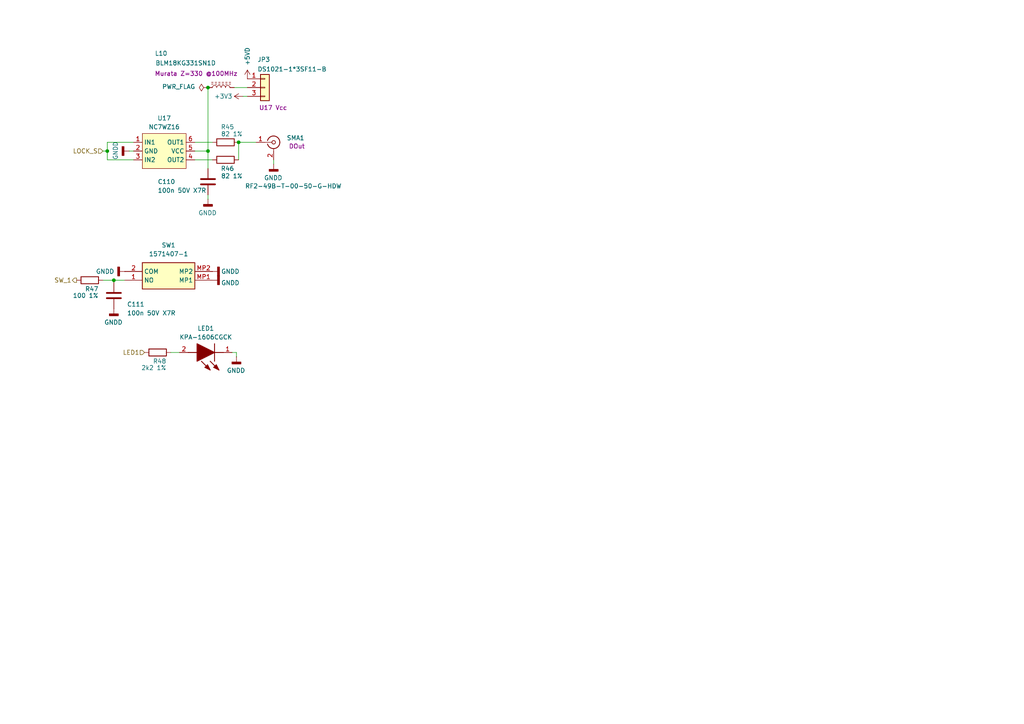
<source format=kicad_sch>
(kicad_sch (version 20250114) (generator "eeschema") (generator_version "9.0")
  (paper "A4")
  (lib_symbols
    (symbol "Connector:Conn_Coaxial" (pin_names (offset 1.016) (hide yes))
      (property "Reference" "J" (at 0.254 3.048 0))
      (property "Value" "Conn_Coaxial" (at 2.921 0 90))
      (symbol "Conn_Coaxial_0_1"
        (polyline (pts (xy -2.54 0) (xy -0.508 0)))
        (arc (start 1.778 0) (mid 0.222 -1.8079) (end -1.778 -0.508) (stroke (width 0.254)))
        (arc (start -1.778 0.508) (mid 0.2221 1.8084) (end 1.778 0) (stroke (width 0.254)))
        (circle (center 0 0) (radius 0.508) (stroke (width 0.2032)))
        (polyline (pts (xy 0 -2.54) (xy 0 -1.778)))
      )
      (symbol "Conn_Coaxial_1_1"
        (pin passive line (at -5.08 0 0) (length 2.54) (name "In") (number "1"))
        (pin passive line (at 0 -5.08 90) (length 2.54) (name "Ext") (number "2"))
      )
    )
    (symbol "Connector_Generic:Conn_01x03" (pin_names (offset 1.016) (hide yes))
      (property "Reference" "J" (at 0 5.08 0))
      (property "Value" "Conn_01x03" (at 0 -5.08 0))
      (symbol "Conn_01x03_1_1"
        (rectangle (start -1.27 3.81) (end 1.27 -3.81) (stroke (width 0.254)) (fill (type background)))
        (rectangle (start -1.27 2.667) (end 0 2.413) (stroke (width 0.1524)))
        (rectangle (start -1.27 0.127) (end 0 -0.127) (stroke (width 0.1524)))
        (rectangle (start -1.27 -2.413) (end 0 -2.667) (stroke (width 0.1524)))
        (pin passive line (at -5.08 2.54 0) (length 3.81) (name "Pin_1") (number "1"))
        (pin passive line (at -5.08 0 0) (length 3.81) (name "Pin_2") (number "2"))
        (pin passive line (at -5.08 -2.54 0) (length 3.81) (name "Pin_3") (number "3"))
      )
    )
    (symbol "Device:C" (pin_numbers (hide yes)) (pin_names (offset 0.254))
      (property "Reference" "C" (at 0.635 2.54 0))
      (property "Value" "C" (at 0.635 -2.54 0))
      (symbol "C_0_1"
        (polyline (pts (xy -2.032 0.762) (xy 2.032 0.762)) (stroke (width 0.508)))
        (polyline (pts (xy -2.032 -0.762) (xy 2.032 -0.762)) (stroke (width 0.508)))
      )
      (symbol "C_1_1"
        (pin passive line (at 0 3.81 270) (length 2.794) (name "~") (number "1"))
        (pin passive line (at 0 -3.81 90) (length 2.794) (name "~") (number "2"))
      )
    )
    (symbol "Device:R" (pin_numbers (hide yes)) (pin_names (offset 0))
      (property "Reference" "R" (at 2.032 0 90))
      (property "Value" "R" (at 0 0 90))
      (symbol "R_0_1"
        (rectangle (start -1.016 -2.54) (end 1.016 2.54) (stroke (width 0.254)))
      )
      (symbol "R_1_1"
        (pin passive line (at 0 3.81 270) (length 1.27) (name "~") (number "1"))
        (pin passive line (at 0 -3.81 90) (length 1.27) (name "~") (number "2"))
      )
    )
    (symbol "KPA-1606CGCK:KPA-1606CGCK" (pin_names (hide yes))
      (property "Reference" "LED" (at 12.7 8.89 0))
      (property "Value" "KPA-1606CGCK" (at 12.7 6.35 0))
      (symbol "KPA-1606CGCK_1_1"
        (polyline (pts (xy 2.54 0) (xy 5.08 0)) (stroke (width 0.254)))
        (polyline (pts (xy 5.08 2.54) (xy 5.08 -2.54)) (stroke (width 0.254)))
        (polyline (pts (xy 5.08 0) (xy 10.16 2.54) (xy 10.16 -2.54) (xy 5.08 0)) (stroke (width 0.254)) (fill (type outline)))
        (polyline (pts (xy 5.334 4.318) (xy 4.572 3.556) (xy 3.81 5.08) (xy 5.334 4.318)) (stroke (width 0.254)) (fill (type outline)))
        (polyline (pts (xy 6.35 2.54) (xy 3.81 5.08)) (stroke (width 0.254)))
        (polyline (pts (xy 7.874 4.318) (xy 7.112 3.556) (xy 6.35 5.08) (xy 7.874 4.318)) (stroke (width 0.254)) (fill (type outline)))
        (polyline (pts (xy 8.89 2.54) (xy 6.35 5.08)) (stroke (width 0.254)))
        (polyline (pts (xy 10.16 0) (xy 12.7 0)) (stroke (width 0.254)))
        (pin passive line (at 0 0 0) (length 2.54) (name "K") (number "1"))
        (pin passive line (at 15.24 0 180) (length 2.54) (name "A") (number "2"))
      )
    )
    (symbol "My_Library:1571407-1"
      (property "Reference" "S" (at 21.59 7.62 0))
      (property "Value" "1571407-1" (at 21.59 5.08 0))
      (symbol "1571407-1_1_1"
        (rectangle (start 5.08 2.54) (end 20.32 -5.08) (stroke (width 0.254)) (fill (type background)))
        (pin passive line (at 0 0 0) (length 5.08) (name "MP1") (number "MP1"))
        (pin passive line (at 0 -2.54 0) (length 5.08) (name "MP2") (number "MP2"))
        (pin passive line (at 25.4 0 180) (length 5.08) (name "NO") (number "1"))
        (pin passive line (at 25.4 -2.54 180) (length 5.08) (name "COM") (number "2"))
      )
    )
    (symbol "My_Library:NC7WZ16"
      (property "Reference" "U" (at 0 3.81 0))
      (property "Value" "NC7WZ16" (at 2.54 -8.89 0))
      (symbol "NC7WZ16_1_1"
        (rectangle (start -2.54 2.54) (end 10.16 -7.62) (fill (type background)))
        (pin input line (at -5.08 0 0) (length 2.54) (name "IN1") (number "1"))
        (pin power_in line (at -5.08 -2.54 0) (length 2.54) (name "GND") (number "2"))
        (pin input line (at -5.08 -5.08 0) (length 2.54) (name "IN2") (number "3"))
        (pin output line (at 12.7 0 180) (length 2.54) (name "OUT1") (number "6"))
        (pin power_in line (at 12.7 -2.54 180) (length 2.54) (name "VCC") (number "5"))
        (pin output line (at 12.7 -5.08 180) (length 2.54) (name "OUT2") (number "4"))
      )
    )
    (symbol "c100AvA-rescue:L_Core_Ferrite-Device" (pin_numbers (hide yes)) (pin_names (offset 1.016) (hide yes))
      (property "Reference" "L" (at -1.27 0 90))
      (property "Value" "Device_L_Core_Ferrite" (at 2.794 0 90))
      (symbol "L_Core_Ferrite-Device_0_1"
        (arc (start 0 2.54) (mid 0.6323 1.905) (end 0 1.27))
        (arc (start 0 1.27) (mid 0.6323 0.635) (end 0 0))
        (arc (start 0 0) (mid 0.6323 -0.635) (end 0 -1.27))
        (arc (start 0 -1.27) (mid 0.6323 -1.905) (end 0 -2.54))
        (polyline (pts (xy 1.016 2.286) (xy 1.016 2.794)))
        (polyline (pts (xy 1.016 1.27) (xy 1.016 1.778)))
        (polyline (pts (xy 1.016 0.254) (xy 1.016 0.762)))
        (polyline (pts (xy 1.016 -0.762) (xy 1.016 -0.254)))
        (polyline (pts (xy 1.016 -1.778) (xy 1.016 -1.27)))
        (polyline (pts (xy 1.016 -2.794) (xy 1.016 -2.286)))
        (polyline (pts (xy 1.524 2.794) (xy 1.524 2.286)))
        (polyline (pts (xy 1.524 1.778) (xy 1.524 1.27)))
        (polyline (pts (xy 1.524 0.762) (xy 1.524 0.254)))
        (polyline (pts (xy 1.524 -0.254) (xy 1.524 -0.762)))
        (polyline (pts (xy 1.524 -1.27) (xy 1.524 -1.778)))
        (polyline (pts (xy 1.524 -2.286) (xy 1.524 -2.794)))
      )
      (symbol "L_Core_Ferrite-Device_1_1"
        (pin passive line (at 0 3.81 270) (length 1.27) (name "1") (number "1"))
        (pin passive line (at 0 -3.81 90) (length 1.27) (name "2") (number "2"))
      )
    )
    (symbol "power:+3V3" (power) (pin_numbers (hide yes)) (pin_names (offset 0) (hide yes))
      (property "Value" "+3V3" (at 0 3.556 0))
      (symbol "+3V3_0_1"
        (polyline (pts (xy -0.762 1.27) (xy 0 2.54)))
        (polyline (pts (xy 0 2.54) (xy 0.762 1.27)))
        (polyline (pts (xy 0 0) (xy 0 2.54)))
      )
      (symbol "+3V3_1_1"
        (pin power_in line (at 0 0 90) (length 0) (name "~") (number "1"))
      )
    )
    (symbol "power:+5VD" (power) (pin_numbers (hide yes)) (pin_names (offset 0) (hide yes))
      (property "Value" "+5VD" (at 0 3.556 0))
      (symbol "+5VD_0_1"
        (polyline (pts (xy -0.762 1.27) (xy 0 2.54)))
        (polyline (pts (xy 0 2.54) (xy 0.762 1.27)))
        (polyline (pts (xy 0 0) (xy 0 2.54)))
      )
      (symbol "+5VD_1_1"
        (pin power_in line (at 0 0 90) (length 0) (name "~") (number "1"))
      )
    )
    (symbol "power:GNDD" (power) (pin_numbers (hide yes)) (pin_names (offset 0) (hide yes))
      (property "Value" "GNDD" (at 0 -3.175 0))
      (symbol "GNDD_0_1"
        (rectangle (start -1.27 -1.524) (end 1.27 -2.032) (stroke (width 0.254)) (fill (type outline)))
        (polyline (pts (xy 0 0) (xy 0 -1.524)))
      )
      (symbol "GNDD_1_1"
        (pin power_in line (at 0 0 270) (length 0) (name "~") (number "1"))
      )
    )
    (symbol "power:PWR_FLAG" (power) (pin_numbers (hide yes)) (pin_names (offset 0) (hide yes))
      (property "Value" "PWR_FLAG" (at 0 3.81 0))
      (symbol "PWR_FLAG_0_0"
        (pin power_out line (at 0 0 90) (length 0) (name "~") (number "1"))
      )
      (symbol "PWR_FLAG_0_1"
        (polyline (pts (xy 0 0) (xy 0 1.27) (xy -1.016 1.905) (xy 0 2.54) (xy 1.016 1.905) (xy 0 1.27)))
      )
    )
  )
  (junction (at 60.325 43.815))
  (junction (at 33.02 81.28))
  (junction (at 31.115 43.815))
  (junction (at 60.325 25.4))
  (junction (at 69.215 41.275))
  (wire (pts (xy 56.515 46.355) (xy 61.595 46.355)))
  (wire (pts (xy 69.215 41.275) (xy 69.215 46.355)))
  (wire (pts (xy 71.755 25.4) (xy 67.945 25.4)))
  (wire (pts (xy 56.515 43.815) (xy 60.325 43.815)))
  (wire (pts (xy 79.375 47.625) (xy 79.375 46.355)))
  (wire (pts (xy 33.02 81.28) (xy 36.195 81.28)))
  (wire (pts (xy 31.115 46.355) (xy 38.735 46.355)))
  (wire (pts (xy 69.215 41.275) (xy 74.295 41.275)))
  (wire (pts (xy 49.53 102.235) (xy 52.07 102.235)))
  (wire (pts (xy 60.325 25.4) (xy 60.325 43.815)))
  (wire (pts (xy 31.115 43.815) (xy 31.115 46.355)))
  (wire (pts (xy 31.115 41.275) (xy 31.115 43.815)))
  (wire (pts (xy 38.735 41.275) (xy 31.115 41.275)))
  (wire (pts (xy 68.58 103.505) (xy 68.58 102.235)))
  (wire (pts (xy 70.485 27.94) (xy 71.755 27.94)))
  (wire (pts (xy 60.325 57.785) (xy 60.325 56.515)))
  (wire (pts (xy 37.465 43.815) (xy 38.735 43.815)))
  (wire (pts (xy 29.845 43.815) (xy 31.115 43.815)))
  (wire (pts (xy 68.58 102.235) (xy 67.31 102.235)))
  (wire (pts (xy 56.515 41.275) (xy 61.595 41.275)))
  (wire (pts (xy 29.845 81.28) (xy 33.02 81.28)))
  (wire (pts (xy 33.02 81.28) (xy 33.02 81.915)))
  (wire (pts (xy 60.325 43.815) (xy 60.325 48.895)))
  (hierarchical_label "LOCK_S" (shape input) (at 29.845 43.815 180))
  (hierarchical_label "SW_1" (shape output) (at 22.225 81.28 180))
  (hierarchical_label "LED1" (shape input) (at 41.91 102.235 180))
  (symbol (lib_id "power:GNDD") (at 60.325 57.785 0) (mirror y) (unit 1)
    (property "Reference" "#PWR0184" (effects (hide yes)))
    (property "Value" "GNDD" (at 60.198 61.7474 0))
    (property "Description" "Power symbol creates a global label with name \"GNDD\" , digital ground" (effects (hide yes)))
  )
  (symbol (lib_id "Device:C") (at 33.02 85.725 0) (unit 1)
    (property "Reference" "C111" (at 36.83 88.265 0) (effects (justify left)))
    (property "Value" "100n 50V X7R" (at 36.83 90.805 0) (effects (justify left)))
    (property "Footprint" "Capacitor_SMD:C_0603_1608Metric" (effects (hide yes)))
    (property "Description" "Unpolarized capacitor" (effects (hide yes)))
  )
  (symbol (lib_id "KPA-1606CGCK:KPA-1606CGCK") (at 67.31 102.235 180) (unit 1)
    (property "Reference" "LED1" (at 59.69 95.25 0))
    (property "Value" "KPA-1606CGCK" (at 59.69 97.79 0))
    (property "Footprint" "MY_Library:KPA1606CGCK" (effects (hide yes)))
    (property "Datasheet" "https://www.tme.eu/pl/details/kpa-1606cgck/diody-led-smd-kolorowe/kingbright-electronic/" (effects (hide yes)))
  )
  (symbol (lib_id "power:PWR_FLAG") (at 60.325 25.4 90) (unit 1)
    (property "Reference" "#FLG014" (effects (hide yes)))
    (property "Value" "PWR_FLAG" (at 51.816 25.146 90))
    (property "Description" "Special symbol for telling ERC where power comes from" (effects (hide yes)))
  )
  (symbol (lib_id "power:GNDD") (at 61.595 81.28 90) (mirror x) (unit 1)
    (property "Reference" "#PWR0230" (effects (hide yes)))
    (property "Value" "GNDD" (at 66.802 82.042 90))
    (property "Description" "Power symbol creates a global label with name \"GNDD\" , digital ground" (effects (hide yes)))
  )
  (symbol (lib_id "power:GNDD") (at 79.375 47.625 0) (mirror y) (unit 1)
    (property "Reference" "#PWR0182" (effects (hide yes)))
    (property "Value" "GNDD" (at 79.248 51.5874 0))
    (property "Description" "Power symbol creates a global label with name \"GNDD\" , digital ground" (effects (hide yes)))
  )
  (symbol (lib_id "My_Library:NC7WZ16") (at 43.815 41.275 0) (unit 1)
    (property "Reference" "U17" (at 47.625 34.29 0))
    (property "Value" "NC7WZ16" (at 47.625 36.83 0))
    (property "Footprint" "ff_lib_8:SOT65P215X100-6N" (effects (hide yes)))
    (property "Datasheet" "https://www.onsemi.com/pdf/datasheet/nc7wz16-d.pdf" (effects (hide yes)))
  )
  (symbol (lib_id "power:+3V3") (at 70.485 27.94 90) (unit 1)
    (property "Reference" "#PWR0221" (effects (hide yes)))
    (property "Value" "+3V3" (at 64.77 27.94 90))
    (property "Description" "Power symbol creates a global label with name \"+3V3\"" (effects (hide yes)))
  )
  (symbol (lib_id "Device:R") (at 45.72 102.235 90) (unit 1)
    (property "Reference" "R48" (at 48.26 104.775 90) (effects (justify left)))
    (property "Value" "2k2 1%" (at 48.26 106.68 90) (effects (justify left)))
    (property "Footprint" "Resistor_SMD:R_0603_1608Metric" (effects (hide yes)))
    (property "Description" "Resistor" (effects (hide yes)))
  )
  (symbol (lib_id "Connector:Conn_Coaxial") (at 79.375 41.275 0) (unit 1)
    (property "Reference" "SMA1" (at 85.725 40.005 0))
    (property "Value" "RF2-49B-T-00-50-G-HDW" (at 85.09 53.975 0))
    (property "Footprint" "Connector_Coaxial:SMA_Amphenol_901-143_Horizontal" (effects (hide yes)))
    (property "Datasheet" "https://www.tme.eu/Document/021bdd302fcfa7798d688ae3e277131c/RF2-49B-T-00-50-G-HDW.pdf" (effects (hide yes)))
    (property "Description" "DOut" (at 86.106 42.418 0))
  )
  (symbol (lib_id "power:GNDD") (at 33.02 89.535 0) (mirror y) (unit 1)
    (property "Reference" "#PWR0231" (effects (hide yes)))
    (property "Value" "GNDD" (at 32.893 93.4974 0))
    (property "Description" "Power symbol creates a global label with name \"GNDD\" , digital ground" (effects (hide yes)))
  )
  (symbol (lib_id "Device:R") (at 26.035 81.28 90) (unit 1)
    (property "Reference" "R47" (at 28.575 83.82 90) (effects (justify left)))
    (property "Value" "100 1%" (at 28.575 85.725 90) (effects (justify left)))
    (property "Footprint" "Resistor_SMD:R_0603_1608Metric" (effects (hide yes)))
    (property "Description" "Resistor" (effects (hide yes)))
  )
  (symbol (lib_id "power:GNDD") (at 36.195 78.74 270) (mirror x) (unit 1)
    (property "Reference" "#PWR0232" (effects (hide yes)))
    (property "Value" "GNDD" (at 30.48 78.74 90))
    (property "Description" "Power symbol creates a global label with name \"GNDD\" , digital ground" (effects (hide yes)))
  )
  (symbol (lib_id "power:+5VD") (at 71.755 22.86 0) (unit 1)
    (property "Reference" "#PWR0188" (effects (hide yes)))
    (property "Value" "+5VD" (at 71.755 19.05 90) (effects (justify left)))
    (property "Description" "Power symbol creates a global label with name \"+5VD\"" (effects (hide yes)))
  )
  (symbol (lib_id "Device:R") (at 65.405 41.275 90) (unit 1)
    (property "Reference" "R45" (at 67.945 36.83 90) (effects (justify left)))
    (property "Value" "82 1%" (at 70.358 38.862 90) (effects (justify left)))
    (property "Footprint" "Resistor_SMD:R_0603_1608Metric" (effects (hide yes)))
    (property "Description" "Resistor" (effects (hide yes)))
  )
  (symbol (lib_id "power:GNDD") (at 37.465 43.815 270) (mirror x) (unit 1)
    (property "Reference" "#PWR0183" (effects (hide yes)))
    (property "Value" "GNDD" (at 33.5026 43.688 0))
    (property "Description" "Power symbol creates a global label with name \"GNDD\" , digital ground" (effects (hide yes)))
  )
  (symbol (lib_id "power:GNDD") (at 61.595 78.74 90) (mirror x) (unit 1)
    (property "Reference" "#PWR0252" (effects (hide yes)))
    (property "Value" "GNDD" (at 66.802 78.74 90))
    (property "Description" "Power symbol creates a global label with name \"GNDD\" , digital ground" (effects (hide yes)))
  )
  (symbol (lib_id "My_Library:1571407-1") (at 61.595 81.28 180) (unit 1)
    (property "Reference" "SW1" (at 48.895 71.12 0))
    (property "Value" "1571407-1" (at 48.895 73.66 0))
    (property "Footprint" "MY_Library:15714071" (effects (hide yes)))
    (property "Datasheet" "https://www.te.com/commerce/DocumentDelivery/DDEController?Action=srchrtrv&DocNm=1654270-2&DocType=Catalog%20Section&DocLang=English&PartCntxt=1571407-1&DocFormat=pdf" (effects (hide yes)))
    (property "Description" "Body Features: Actuator Profile Extended | Case Material Thermoplastic (LCP) | Actuator Force 260 G | Case Color Ivory | Actuator Material Silicone Rubber | Product Orientation Right Angle | Actuator Color Black | Actuator Force 9.17 OZ | Configuration Features: Configuration (Pole-Throw) Single Pole - Single Throw | Number of Actuators Single | Switch Feedback Type Tactile | Support Bracket With | ESD Grounding Terminal Without | Operating Function NO | Ganged With | Contact Features: Switch Contact Platin" (effects (hide yes)))
    (property "Height" "6.7" (effects (hide yes)))
    (property "Manufacturer_Name" "TE Connectivity" (effects (hide yes)))
    (property "Manufacturer_Part_Number" "1571407-1" (effects (hide yes)))
  )
  (symbol (lib_id "power:GNDD") (at 68.58 103.505 0) (mirror y) (unit 1)
    (property "Reference" "#PWR0233" (effects (hide yes)))
    (property "Value" "GNDD" (at 68.453 107.4674 0))
    (property "Description" "Power symbol creates a global label with name \"GNDD\" , digital ground" (effects (hide yes)))
  )
  (symbol (lib_id "Connector_Generic:Conn_01x03") (at 76.835 25.4 0) (unit 1)
    (property "Reference" "JP3" (at 74.676 17.272 0) (effects (justify left)))
    (property "Value" "DS1021-1*3SF11-B" (at 74.676 20.066 0) (effects (justify left)))
    (property "Footprint" "Connector_PinHeader_2.54mm:PinHeader_1x03_P2.54mm_Vertical" (effects (hide yes)))
    (property "Datasheet" "https://www.tme.com/Document/cc301e58a5da78cb543a94b5a5b7f06a/DS1021.pdf" (effects (hide yes)))
    (property "Description" "Generic connector, single row, 01x03, script generated (kicad-library-utils/schlib/autogen/connector/)" (effects (hide yes)))
    (property "Comm" " U17 Vcc" (at 78.74 31.242 0))
  )
  (symbol (lib_id "c100AvA-rescue:L_Core_Ferrite-Device") (at 64.135 25.4 90) (unit 1)
    (property "Reference" "L10" (at 46.736 15.494 90))
    (property "Value" "BLM18KG331SN1D" (at 53.848 18.288 90))
    (property "Footprint" "Inductor_SMD:L_0603_1608Metric" (effects (hide yes)))
    (property "Datasheet" "https://www.tme.eu/Document/5de9c910d5fc5204e02d96c24790a15e/MURATA-BLM18K.pdf" (effects (hide yes)))
    (property "Comm" "Murata Z=330 @100MHz" (at 56.896 21.336 90))
  )
  (symbol (lib_id "Device:R") (at 65.405 46.355 90) (unit 1)
    (property "Reference" "R46" (at 67.945 48.895 90) (effects (justify left)))
    (property "Value" "82 1%" (at 70.358 51.054 90) (effects (justify left)))
    (property "Footprint" "Resistor_SMD:R_0603_1608Metric" (effects (hide yes)))
    (property "Description" "Resistor" (effects (hide yes)))
  )
  (symbol (lib_id "Device:C") (at 60.325 52.705 0) (unit 1)
    (property "Reference" "C110" (at 45.72 52.705 0) (effects (justify left)))
    (property "Value" "100n 50V X7R" (at 45.72 55.245 0) (effects (justify left)))
    (property "Footprint" "Capacitor_SMD:C_0603_1608Metric" (effects (hide yes)))
    (property "Description" "Unpolarized capacitor" (effects (hide yes)))
  )
)
</source>
